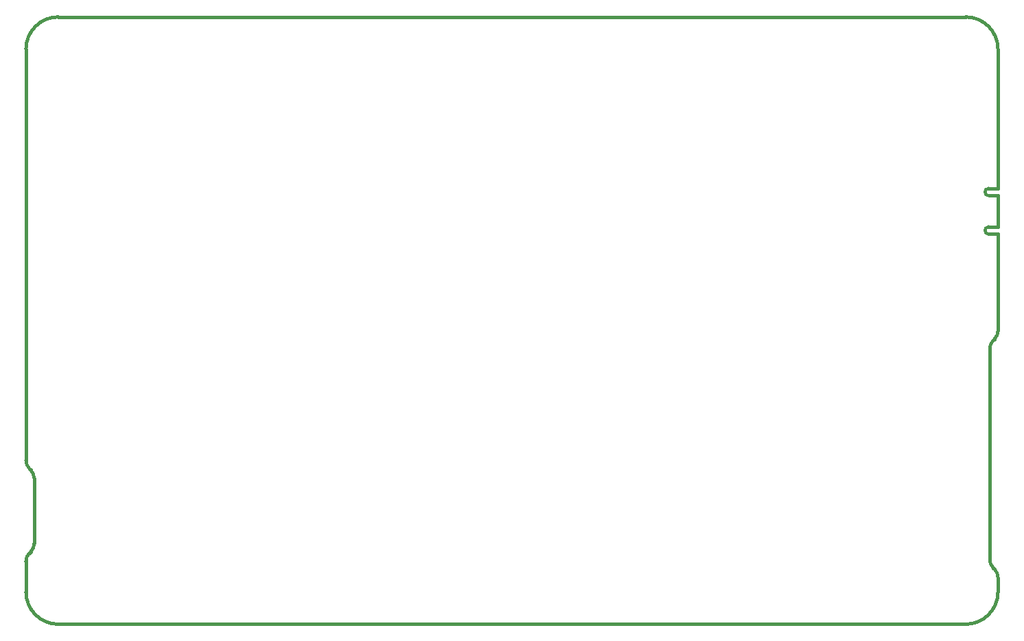
<source format=gm1>
%TF.GenerationSoftware,KiCad,Pcbnew,7.0.10-7.0.10~ubuntu23.04.1*%
%TF.CreationDate,2024-02-22T19:52:03-05:00*%
%TF.ProjectId,hackrf-one,6861636b-7266-42d6-9f6e-652e6b696361,10*%
%TF.SameCoordinates,Original*%
%TF.FileFunction,Profile,NP*%
%FSLAX46Y46*%
G04 Gerber Fmt 4.6, Leading zero omitted, Abs format (unit mm)*
G04 Created by KiCad (PCBNEW 7.0.10-7.0.10~ubuntu23.04.1) date 2024-02-22 19:52:03*
%MOMM*%
%LPD*%
G01*
G04 APERTURE LIST*
%TA.AperFunction,Profile*%
%ADD10C,0.381000*%
%TD*%
G04 APERTURE END LIST*
D10*
X61019999Y-157000000D02*
G75*
G03*
X60580659Y-155939341I-1499999J0D01*
G01*
X178980000Y-141000000D02*
X178980000Y-167000000D01*
X180000000Y-126825000D02*
X178850000Y-126825000D01*
X60000000Y-167260000D02*
X60000000Y-171000000D01*
X60440000Y-166200000D02*
X60580000Y-166060000D01*
X179420000Y-139940000D02*
X179560000Y-139800000D01*
X180000000Y-125925000D02*
X178850000Y-125925000D01*
X180000000Y-171000000D02*
X180000000Y-169260000D01*
X180000000Y-104000000D02*
X180000000Y-121175000D01*
X178850000Y-125925000D02*
G75*
G03*
X178850000Y-126825000I0J-450000D01*
G01*
X178850000Y-122075000D02*
X180000000Y-122075000D01*
X180000000Y-121175000D02*
X178850000Y-121175000D01*
X176000000Y-100000000D02*
X64000000Y-100000000D01*
X179999999Y-169260000D02*
G75*
G03*
X179560659Y-168199341I-1499999J0D01*
G01*
X60000001Y-154740000D02*
G75*
G03*
X60439341Y-155800659I1499999J0D01*
G01*
X180000000Y-126825000D02*
X180000000Y-138740000D01*
X60000000Y-154740000D02*
X60000000Y-104000000D01*
X176000000Y-175000000D02*
G75*
G03*
X180000000Y-171000000I0J4000000D01*
G01*
X178850000Y-121175000D02*
G75*
G03*
X178850000Y-122075000I0J-450000D01*
G01*
X64000000Y-175000000D02*
X176000000Y-175000000D01*
X60000000Y-171000000D02*
G75*
G03*
X64000000Y-175000000I4000000J0D01*
G01*
X61020000Y-157000000D02*
X61020000Y-165000000D01*
X178980001Y-167000000D02*
G75*
G03*
X179419341Y-168060659I1499999J0D01*
G01*
X179420000Y-168060000D02*
X179560000Y-168200000D01*
X64000000Y-100000000D02*
G75*
G03*
X60000000Y-104000000I0J-4000000D01*
G01*
X180000000Y-122075000D02*
X180000000Y-125925000D01*
X60580000Y-155940000D02*
X60440000Y-155800000D01*
X60439340Y-166199340D02*
G75*
G03*
X60000000Y-167260000I1060660J-1060660D01*
G01*
X179419340Y-139939340D02*
G75*
G03*
X178980000Y-141000000I1060660J-1060660D01*
G01*
X60580660Y-166060660D02*
G75*
G03*
X61020000Y-165000000I-1060660J1060660D01*
G01*
X179560660Y-139800660D02*
G75*
G03*
X180000000Y-138740000I-1060660J1060660D01*
G01*
X180000000Y-104000000D02*
G75*
G03*
X176000000Y-100000000I-4000000J0D01*
G01*
M02*

</source>
